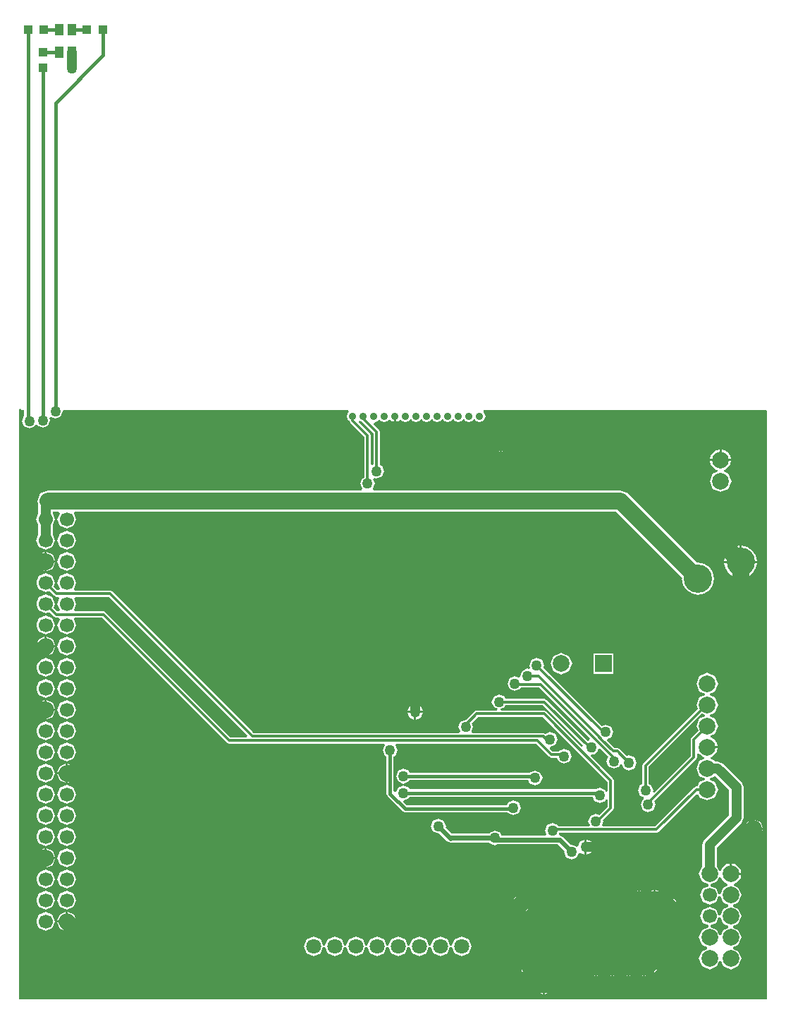
<source format=gbl>
%FSLAX44Y44*%
%MOMM*%
G71*
G01*
G75*
G04 Layer_Physical_Order=2*
G04 Layer_Color=16711680*
%ADD10R,1.0000X1.0000*%
%ADD11R,0.7600X1.7800*%
%ADD12R,0.7200X1.7800*%
%ADD13R,1.0000X1.0000*%
%ADD14R,5.5000X2.0000*%
%ADD15R,2.6000X4.3000*%
%ADD16R,5.5000X5.7000*%
%ADD17R,1.5000X0.5500*%
%ADD18R,0.5500X1.5000*%
%ADD19C,0.3000*%
%ADD20C,0.6000*%
%ADD21C,1.2000*%
%ADD22C,0.4000*%
%ADD23C,2.0000*%
%ADD24C,0.2540*%
%ADD25C,1.8000*%
%ADD26C,1.7000*%
%ADD27C,2.0000*%
%ADD28R,2.0000X2.0000*%
%ADD29C,0.9000*%
%ADD30C,3.4000*%
%ADD31C,1.2700*%
%ADD32C,1.5000*%
%ADD33R,1.0000X1.4000*%
G36*
X411885Y693758D02*
X426212Y679431D01*
Y642071D01*
X424381Y641199D01*
X422788Y642223D01*
Y677000D01*
X422788Y677000D01*
X422004Y678894D01*
X421679Y679679D01*
X421679Y679679D01*
X408265Y693092D01*
X409398Y694788D01*
X411885Y693758D01*
D02*
G37*
G36*
X4000Y707000D02*
X6670D01*
Y700416D01*
X6609Y700391D01*
X3962Y694000D01*
X6609Y687609D01*
X13000Y684962D01*
X19391Y687609D01*
X20207Y689580D01*
X22207D01*
X22609Y688609D01*
X29000Y685962D01*
X35391Y688609D01*
X38038Y695000D01*
X36905Y697736D01*
X38435Y699267D01*
X44000Y696962D01*
X50391Y699609D01*
X53038Y706000D01*
X53706Y707000D01*
X395888D01*
X396278Y705038D01*
X396125Y704975D01*
X394064Y700000D01*
X396125Y695025D01*
X397495Y694458D01*
X398421Y692221D01*
X415212Y675431D01*
Y626469D01*
X412609Y625391D01*
X409962Y619000D01*
X412452Y612989D01*
X411617Y610989D01*
X35300D01*
X26116Y607184D01*
X22311Y598000D01*
X23641Y594790D01*
Y582833D01*
X20935Y576300D01*
X23641Y569767D01*
Y557433D01*
X20935Y550900D01*
X24264Y542864D01*
X32300Y539535D01*
X40336Y542864D01*
X43665Y550900D01*
X40959Y557433D01*
Y569767D01*
X43665Y576300D01*
X40959Y582833D01*
Y585011D01*
X47779D01*
X49115Y583011D01*
X46335Y576300D01*
X49664Y568264D01*
X57700Y564935D01*
X65736Y568264D01*
X69065Y576300D01*
X66285Y583011D01*
X67622Y585011D01*
X717620D01*
X796794Y505837D01*
X796628Y505000D01*
X798102Y497587D01*
X802302Y491302D01*
X808587Y487102D01*
X816000Y485628D01*
X823413Y487102D01*
X829698Y491302D01*
X833898Y497587D01*
X835372Y505000D01*
X833898Y512413D01*
X829698Y518698D01*
X823413Y522898D01*
X816000Y524372D01*
X815163Y524206D01*
X732184Y607184D01*
X723000Y610989D01*
X426384D01*
X425548Y612989D01*
X428038Y619000D01*
X425733Y624565D01*
X427264Y626095D01*
X430000Y624962D01*
X436391Y627609D01*
X439038Y634000D01*
X436391Y640391D01*
X433788Y641469D01*
Y681000D01*
X433788Y681000D01*
X433004Y682894D01*
X432679Y683679D01*
X432679Y683679D01*
X425825Y690532D01*
X426716Y692470D01*
X431888Y694612D01*
X432142Y695225D01*
X434142D01*
X434225Y695025D01*
X439200Y692964D01*
X444175Y695025D01*
X444258Y695225D01*
X446258D01*
X446512Y694612D01*
X450630Y692906D01*
Y700000D01*
X453170D01*
Y692906D01*
X457288Y694612D01*
X457542Y695225D01*
X459542D01*
X459625Y695025D01*
X464600Y692964D01*
X469575Y695025D01*
X469950Y695931D01*
X471950D01*
X472325Y695025D01*
X477300Y692964D01*
X482275Y695025D01*
X482650Y695931D01*
X484650D01*
X485025Y695025D01*
X490000Y692964D01*
X494975Y695025D01*
X495350Y695931D01*
X497350D01*
X497725Y695025D01*
X502700Y692964D01*
X507675Y695025D01*
X508050Y695931D01*
X510050D01*
X510425Y695025D01*
X515400Y692964D01*
X520375Y695025D01*
X520750Y695931D01*
X522750D01*
X523125Y695025D01*
X528100Y692964D01*
X533075Y695025D01*
X533450Y695931D01*
X535450D01*
X535825Y695025D01*
X540800Y692964D01*
X545775Y695025D01*
X546150Y695931D01*
X548150D01*
X548525Y695025D01*
X553500Y692964D01*
X558475Y695025D01*
X560536Y700000D01*
X558475Y704975D01*
X558321Y705038D01*
X558712Y707000D01*
X897586D01*
X899000Y705586D01*
Y1000D01*
X898586Y0D01*
X0D01*
Y707000D01*
Y708387D01*
X1848Y709152D01*
X4000Y707000D01*
D02*
G37*
%LPC*%
G36*
X743730Y118730D02*
X734659D01*
X737316Y112316D01*
X743730Y109659D01*
Y118730D01*
D02*
G37*
G36*
X57700Y130465D02*
X49664Y127136D01*
X46335Y119100D01*
X49664Y111064D01*
X57700Y107735D01*
X65736Y111064D01*
X69065Y119100D01*
X65736Y127136D01*
X57700Y130465D01*
D02*
G37*
G36*
X32300D02*
X24264Y127136D01*
X20935Y119100D01*
X24264Y111064D01*
X32300Y107735D01*
X40336Y111064D01*
X43665Y119100D01*
X40336Y127136D01*
X32300Y130465D01*
D02*
G37*
G36*
X782270Y122341D02*
Y113270D01*
X791341D01*
X788684Y119684D01*
X782270Y122341D01*
D02*
G37*
G36*
X604270Y125341D02*
Y116270D01*
X613341D01*
X610684Y122684D01*
X604270Y125341D01*
D02*
G37*
G36*
X601730D02*
X595316Y122684D01*
X592659Y116270D01*
X601730D01*
Y125341D01*
D02*
G37*
G36*
X743730Y130341D02*
X737316Y127684D01*
X734659Y121270D01*
X743730D01*
Y130341D01*
D02*
G37*
G36*
X595270Y104341D02*
Y95270D01*
X604341D01*
X601684Y101684D01*
X595270Y104341D01*
D02*
G37*
G36*
X592730D02*
X586316Y101684D01*
X583659Y95270D01*
X592730D01*
Y104341D01*
D02*
G37*
G36*
X58970Y105124D02*
Y94970D01*
X69124D01*
X66150Y102150D01*
X58970Y105124D01*
D02*
G37*
G36*
X765270Y131341D02*
Y121000D01*
Y110659D01*
X769657Y112476D01*
X770133Y112000D01*
X773316Y104316D01*
X779730Y101659D01*
Y112000D01*
Y122341D01*
X775343Y120524D01*
X774867Y121000D01*
X771684Y128684D01*
X765270Y131341D01*
D02*
G37*
G36*
X613341Y113730D02*
X604270D01*
Y104659D01*
X610684Y107316D01*
X613341Y113730D01*
D02*
G37*
G36*
X601730D02*
X592659D01*
X595316Y107316D01*
X601730Y104659D01*
Y113730D01*
D02*
G37*
G36*
X791341Y110730D02*
X782270D01*
Y101659D01*
X788684Y104316D01*
X791341Y110730D01*
D02*
G37*
G36*
X762730Y131341D02*
X756316Y128684D01*
X755293Y126215D01*
X753293D01*
X752684Y127684D01*
X746270Y130341D01*
Y120000D01*
Y109659D01*
X752684Y112316D01*
X753707Y114785D01*
X755707D01*
X756316Y113316D01*
X762730Y110659D01*
Y121000D01*
Y131341D01*
D02*
G37*
G36*
X32300Y206665D02*
X24264Y203336D01*
X20935Y195300D01*
X24264Y187264D01*
X32300Y183935D01*
X40336Y187264D01*
X43665Y195300D01*
X40336Y203336D01*
X32300Y206665D01*
D02*
G37*
G36*
X690096Y181730D02*
X682270D01*
Y173904D01*
X687804Y176196D01*
X690096Y181730D01*
D02*
G37*
G36*
X33570Y181324D02*
Y171170D01*
X43724D01*
X40750Y178350D01*
X33570Y181324D01*
D02*
G37*
G36*
X57700Y206665D02*
X49664Y203336D01*
X46335Y195300D01*
X49664Y187264D01*
X57700Y183935D01*
X65736Y187264D01*
X69065Y195300D01*
X65736Y203336D01*
X57700Y206665D01*
D02*
G37*
G36*
X893341Y203730D02*
X884270D01*
Y194659D01*
X890684Y197316D01*
X893341Y203730D01*
D02*
G37*
G36*
X881730D02*
X872659D01*
X875316Y197316D01*
X881730Y194659D01*
Y203730D01*
D02*
G37*
G36*
X682270Y192096D02*
Y184270D01*
X690096D01*
X687804Y189804D01*
X682270Y192096D01*
D02*
G37*
G36*
X856420Y163233D02*
Y151970D01*
X867683D01*
X866962Y155593D01*
X864191Y159741D01*
X860043Y162512D01*
X856420Y163233D01*
D02*
G37*
G36*
X57700Y155865D02*
X49664Y152536D01*
X46335Y144500D01*
X49664Y136464D01*
X57700Y133135D01*
X65736Y136464D01*
X69065Y144500D01*
X65736Y152536D01*
X57700Y155865D01*
D02*
G37*
G36*
X32300D02*
X24264Y152536D01*
X20935Y144500D01*
X24264Y136464D01*
X32300Y133135D01*
X40336Y136464D01*
X43665Y144500D01*
X40336Y152536D01*
X32300Y155865D01*
D02*
G37*
G36*
X31030Y168630D02*
X20877D01*
X23850Y161450D01*
X31030Y158476D01*
Y168630D01*
D02*
G37*
G36*
Y181324D02*
X23850Y178350D01*
X20877Y171170D01*
X31030D01*
Y181324D01*
D02*
G37*
G36*
X57700Y181265D02*
X49664Y177936D01*
X46335Y169900D01*
X49664Y161864D01*
X57700Y158535D01*
X65736Y161864D01*
X69065Y169900D01*
X65736Y177936D01*
X57700Y181265D01*
D02*
G37*
G36*
X43724Y168630D02*
X33570D01*
Y158476D01*
X40750Y161450D01*
X43724Y168630D01*
D02*
G37*
G36*
X671730Y28341D02*
X665316Y25684D01*
X664000Y22508D01*
X662000D01*
X660684Y25684D01*
X654270Y28341D01*
Y18000D01*
Y7659D01*
X660684Y10316D01*
X662000Y13492D01*
X664000D01*
X665316Y10316D01*
X671730Y7659D01*
Y18000D01*
Y28341D01*
D02*
G37*
G36*
X593730Y30730D02*
X584659D01*
X587316Y24316D01*
X593730Y21659D01*
Y30730D01*
D02*
G37*
G36*
X752270Y29341D02*
Y20270D01*
X761341D01*
X758684Y26684D01*
X752270Y29341D01*
D02*
G37*
G36*
X691730D02*
X685316Y26684D01*
X683793Y23008D01*
X681793D01*
X680684Y25684D01*
X674270Y28341D01*
Y18000D01*
Y7659D01*
X680684Y10316D01*
X682207Y13992D01*
X684207D01*
X685316Y11316D01*
X691730Y8659D01*
Y19000D01*
Y29341D01*
D02*
G37*
G36*
X749730D02*
X743316Y26684D01*
X742500Y24715D01*
X740500D01*
X739684Y26684D01*
X733270Y29341D01*
Y19000D01*
Y8659D01*
X739684Y11316D01*
X740500Y13285D01*
X742500D01*
X743316Y11316D01*
X749730Y8659D01*
Y19000D01*
Y29341D01*
D02*
G37*
G36*
X730730D02*
X724316Y26684D01*
X723500Y24715D01*
X721500D01*
X720684Y26684D01*
X714270Y29341D01*
Y19000D01*
Y8659D01*
X720684Y11316D01*
X721500Y13285D01*
X723500D01*
X724316Y11316D01*
X730730Y8659D01*
Y19000D01*
Y29341D01*
D02*
G37*
G36*
X711730D02*
X705316Y26684D01*
X704000Y23508D01*
X702000D01*
X700684Y26684D01*
X694270Y29341D01*
Y19000D01*
Y8659D01*
X700684Y11316D01*
X702000Y14492D01*
X704000D01*
X705316Y11316D01*
X711730Y8659D01*
Y19000D01*
Y29341D01*
D02*
G37*
G36*
X761341Y17730D02*
X752270D01*
Y8659D01*
X758684Y11316D01*
X761341Y17730D01*
D02*
G37*
G36*
X609730Y16730D02*
X600659D01*
X603316Y10316D01*
X609730Y7659D01*
Y16730D01*
D02*
G37*
G36*
X612270Y28341D02*
Y18000D01*
Y7659D01*
X618684Y10316D01*
X619793Y12992D01*
X621793D01*
X623316Y9316D01*
X629730Y6659D01*
Y17000D01*
Y27341D01*
X623316Y24684D01*
X622207Y22008D01*
X620207D01*
X618684Y25684D01*
X612270Y28341D01*
D02*
G37*
G36*
X770730Y25730D02*
X761659D01*
X764316Y19316D01*
X770730Y16659D01*
Y25730D01*
D02*
G37*
G36*
X651730Y28341D02*
X645316Y25684D01*
X642875Y19792D01*
X640711D01*
X638684Y24684D01*
X632270Y27341D01*
Y17000D01*
Y6659D01*
X638684Y9316D01*
X641125Y15207D01*
X643289D01*
X645316Y10316D01*
X651730Y7659D01*
Y18000D01*
Y28341D01*
D02*
G37*
G36*
X605341Y30730D02*
X596270D01*
Y21659D01*
X600149Y23266D01*
X601680Y21735D01*
X600659Y19270D01*
X609730D01*
Y28341D01*
X605851Y26734D01*
X604320Y28265D01*
X605341Y30730D01*
D02*
G37*
G36*
X782341Y25730D02*
X773270D01*
Y16659D01*
X779684Y19316D01*
X782341Y25730D01*
D02*
G37*
G36*
X770730Y37341D02*
X764316Y34684D01*
X761659Y28270D01*
X770730D01*
Y37341D01*
D02*
G37*
G36*
X69124Y92430D02*
X58970D01*
Y82276D01*
X66150Y85250D01*
X69124Y92430D01*
D02*
G37*
G36*
X56430D02*
X46276D01*
X49250Y85250D01*
X56430Y82276D01*
Y92430D01*
D02*
G37*
G36*
X604341Y92730D02*
X583659D01*
X586316Y86316D01*
X591707Y84082D01*
Y81918D01*
X586316Y79684D01*
X583659Y73270D01*
X604341D01*
X601684Y79684D01*
X596292Y81918D01*
Y84082D01*
X601684Y86316D01*
X604341Y92730D01*
D02*
G37*
G36*
X32300Y105065D02*
X24264Y101736D01*
X20935Y93700D01*
X24264Y85664D01*
X32300Y82335D01*
X40336Y85664D01*
X43665Y93700D01*
X40336Y101736D01*
X32300Y105065D01*
D02*
G37*
G36*
X56430Y105124D02*
X49250Y102150D01*
X46276Y94970D01*
X56430D01*
Y105124D01*
D02*
G37*
G36*
X786270Y95341D02*
Y86270D01*
X795341D01*
X792684Y92684D01*
X786270Y95341D01*
D02*
G37*
G36*
X783730D02*
X777316Y92684D01*
X774659Y86270D01*
X783730D01*
Y95341D01*
D02*
G37*
G36*
Y42730D02*
X774659D01*
X776559Y38144D01*
X775028Y36613D01*
X773270Y37341D01*
Y28270D01*
X782341D01*
X780442Y32856D01*
X781972Y34387D01*
X783730Y33659D01*
Y42730D01*
D02*
G37*
G36*
X795341D02*
X786270D01*
Y33659D01*
X792684Y36316D01*
X795341Y42730D01*
D02*
G37*
G36*
X604341Y51730D02*
X583659D01*
X586316Y45316D01*
X591199Y43293D01*
Y41293D01*
X587316Y39684D01*
X584659Y33270D01*
X605341D01*
X602684Y39684D01*
X597801Y41707D01*
Y43707D01*
X601684Y45316D01*
X604341Y51730D01*
D02*
G37*
G36*
X795341Y63730D02*
X774659D01*
X777316Y57316D01*
X781699Y55500D01*
Y53500D01*
X777316Y51684D01*
X774659Y45270D01*
X795341D01*
X792684Y51684D01*
X788301Y53500D01*
Y55500D01*
X792684Y57316D01*
X795341Y63730D01*
D02*
G37*
G36*
Y83730D02*
X774659D01*
X777316Y77316D01*
X780492Y76000D01*
Y74000D01*
X777316Y72684D01*
X774659Y66270D01*
X795341D01*
X792684Y72684D01*
X789508Y74000D01*
Y76000D01*
X792684Y77316D01*
X795341Y83730D01*
D02*
G37*
G36*
X531900Y75906D02*
X523481Y72419D01*
X520517Y65263D01*
X520517Y65263D01*
X520254Y64629D01*
X520213D01*
X520090D01*
X519882Y64629D01*
X518518D01*
X518310Y64629D01*
X518187D01*
X518146D01*
X517883Y65263D01*
X517883D01*
X514919Y72419D01*
X506500Y75906D01*
X498081Y72419D01*
X495117Y65263D01*
X495117Y65263D01*
X494854Y64629D01*
X494813D01*
X494690D01*
X494482Y64629D01*
X493118D01*
X492910Y64629D01*
X492787D01*
X492746D01*
X492483Y65263D01*
X492483D01*
X489519Y72419D01*
X481100Y75906D01*
X472681Y72419D01*
X469717Y65263D01*
X469717Y65263D01*
X469454Y64629D01*
X469412D01*
X469290D01*
X469082Y64629D01*
X467718D01*
X467510Y64629D01*
X467387D01*
X467346D01*
X467083Y65263D01*
X467083D01*
X464119Y72419D01*
X455700Y75906D01*
X447281Y72419D01*
X444317Y65263D01*
X444317Y65263D01*
X444054Y64629D01*
X444012D01*
X443890D01*
X443682Y64629D01*
X442318D01*
X442110Y64629D01*
X441987D01*
X441946D01*
X441683Y65263D01*
X441683D01*
X438719Y72419D01*
X430300Y75906D01*
X421881Y72419D01*
X418917Y65263D01*
X418917Y65263D01*
X418654Y64629D01*
X418613D01*
X418490D01*
X418282Y64629D01*
X416918D01*
X416710Y64629D01*
X416587D01*
X416546D01*
X416283Y65263D01*
X416283D01*
X413319Y72419D01*
X404900Y75906D01*
X396481Y72419D01*
X393517Y65263D01*
X393517Y65263D01*
X393254Y64629D01*
X393213D01*
X393090D01*
X392882Y64629D01*
X391518D01*
X391310Y64629D01*
X391187D01*
X391146D01*
X390883Y65263D01*
X390883D01*
X387919Y72419D01*
X379500Y75906D01*
X371081Y72419D01*
X368117Y65263D01*
X368117Y65263D01*
X367854Y64629D01*
X367812D01*
X367690D01*
X367482Y64629D01*
X366118D01*
X365910Y64629D01*
X365787D01*
X365746D01*
X365483Y65263D01*
X365483D01*
X362519Y72419D01*
X354100Y75906D01*
X345681Y72419D01*
X342194Y64000D01*
X345681Y55581D01*
X354100Y52094D01*
X362519Y55581D01*
X365483Y62737D01*
X365483Y62737D01*
X365746Y63371D01*
X365787D01*
X365910D01*
X366118Y63371D01*
X367482D01*
X367690Y63371D01*
X367812D01*
X367854D01*
X368117Y62737D01*
X368117D01*
X371081Y55581D01*
X379500Y52094D01*
X387919Y55581D01*
X390883Y62737D01*
X390883Y62737D01*
X391146Y63371D01*
X391187D01*
X391310D01*
X391518Y63371D01*
X392882D01*
X393090Y63371D01*
X393213D01*
X393254D01*
X393517Y62737D01*
X393517D01*
X396481Y55581D01*
X404900Y52094D01*
X413319Y55581D01*
X416283Y62737D01*
X416283Y62737D01*
X416546Y63371D01*
X416587D01*
X416710D01*
X416918Y63371D01*
X418282D01*
X418490Y63371D01*
X418613D01*
X418654D01*
X418917Y62737D01*
X418917D01*
X421881Y55581D01*
X430300Y52094D01*
X438719Y55581D01*
X441683Y62737D01*
X441683Y62737D01*
X441946Y63371D01*
X441987D01*
X442110D01*
X442318Y63371D01*
X443682D01*
X443890Y63371D01*
X444012D01*
X444054D01*
X444317Y62737D01*
X444317D01*
X447281Y55581D01*
X455700Y52094D01*
X464119Y55581D01*
X467083Y62737D01*
X467083Y62737D01*
X467346Y63371D01*
X467387D01*
X467510D01*
X467718Y63371D01*
X469082D01*
X469290Y63371D01*
X469412D01*
X469454D01*
X469717Y62737D01*
X469717D01*
X472681Y55581D01*
X481100Y52094D01*
X489519Y55581D01*
X492483Y62737D01*
X492483Y62737D01*
X492746Y63371D01*
X492787D01*
X492910D01*
X493118Y63371D01*
X494482D01*
X494690Y63371D01*
X494813D01*
X494854D01*
X495117Y62737D01*
X495117D01*
X498081Y55581D01*
X506500Y52094D01*
X514919Y55581D01*
X517883Y62737D01*
X517883Y62737D01*
X518146Y63371D01*
X518187D01*
X518310D01*
X518518Y63371D01*
X519882D01*
X520090Y63371D01*
X520213D01*
X520254D01*
X520517Y62737D01*
X520517D01*
X523481Y55581D01*
X531900Y52094D01*
X540319Y55581D01*
X543806Y64000D01*
X540319Y72419D01*
X531900Y75906D01*
D02*
G37*
G36*
X604341Y70730D02*
X583659D01*
X586316Y64316D01*
X588285Y63500D01*
Y61500D01*
X586316Y60684D01*
X583659Y54270D01*
X604341D01*
X601684Y60684D01*
X599715Y61500D01*
Y63500D01*
X601684Y64316D01*
X604341Y70730D01*
D02*
G37*
G36*
X33570Y435323D02*
Y425170D01*
X43724D01*
X40750Y432350D01*
X33570Y435323D01*
D02*
G37*
G36*
X31030D02*
X23850Y432350D01*
X20877Y425170D01*
X31030D01*
Y435323D01*
D02*
G37*
G36*
X57700Y435265D02*
X49664Y431936D01*
X46335Y423900D01*
X49664Y415864D01*
X57700Y412535D01*
X65736Y415864D01*
X69065Y423900D01*
X65736Y431936D01*
X57700Y435265D01*
D02*
G37*
G36*
X32300Y460665D02*
X24264Y457336D01*
X20935Y449300D01*
X24264Y441264D01*
X32300Y437935D01*
X40336Y441264D01*
X43665Y449300D01*
X40336Y457336D01*
X32300Y460665D01*
D02*
G37*
G36*
X886670Y523730D02*
X868270D01*
Y505330D01*
X874624Y506594D01*
X881087Y510912D01*
X885406Y517376D01*
X886670Y523730D01*
D02*
G37*
G36*
X865730D02*
X847330D01*
X848594Y517376D01*
X852912Y510912D01*
X859376Y506594D01*
X865730Y505330D01*
Y523730D01*
D02*
G37*
G36*
X57700Y511465D02*
X49664Y508136D01*
X46335Y500100D01*
X49167Y493262D01*
X48121Y491418D01*
X46511Y491247D01*
X41905Y495852D01*
X43665Y500100D01*
X40336Y508136D01*
X32300Y511465D01*
X24264Y508136D01*
X20935Y500100D01*
X24264Y492064D01*
X32300Y488735D01*
X36548Y490494D01*
X42721Y484321D01*
X42721Y484321D01*
X45400Y483212D01*
X47696D01*
X49032Y481212D01*
X46335Y474700D01*
X49069Y468099D01*
X47997Y466376D01*
X46127Y466230D01*
X41905Y470452D01*
X43665Y474700D01*
X40336Y482736D01*
X32300Y486065D01*
X24264Y482736D01*
X20935Y474700D01*
X24264Y466664D01*
X32300Y463335D01*
X36548Y465094D01*
X42321Y459321D01*
X42321Y459321D01*
X45000Y458212D01*
X47926D01*
X49198Y456212D01*
X46335Y449300D01*
X49664Y441264D01*
X57700Y437935D01*
X65736Y441264D01*
X69065Y449300D01*
X66202Y456212D01*
X67474Y458212D01*
X100401D01*
X250292Y308321D01*
X250292Y308321D01*
X251076Y307996D01*
X252971Y307212D01*
X252971Y307212D01*
X438817D01*
X439535Y305212D01*
X436962Y299000D01*
X439609Y292609D01*
X441670Y291755D01*
Y247000D01*
X442938Y243939D01*
X460938Y225938D01*
X464000Y224670D01*
X587168D01*
X587608Y223609D01*
X593999Y220962D01*
X600390Y223609D01*
X603037Y230000D01*
X600390Y236390D01*
X593999Y239037D01*
X587608Y236390D01*
X586340Y233330D01*
X465793D01*
X462009Y237114D01*
X462700Y239252D01*
X468391Y241609D01*
X469245Y243671D01*
X689513D01*
X691609Y238609D01*
X698000Y235962D01*
X704391Y238609D01*
X705212Y240591D01*
X707212Y240193D01*
Y231621D01*
X696903Y221312D01*
X693099Y222888D01*
X686708Y220241D01*
X684061Y213850D01*
X685883Y209451D01*
X684772Y207788D01*
X648055D01*
X647391Y209391D01*
X641000Y212038D01*
X634609Y209391D01*
X631962Y203000D01*
X633733Y198725D01*
X632622Y197062D01*
X579770D01*
X578391Y200391D01*
X572000Y203038D01*
X565609Y200391D01*
X565204Y199412D01*
X520242D01*
X512632Y207021D01*
X513038Y208000D01*
X510391Y214391D01*
X504000Y217038D01*
X497609Y214391D01*
X494962Y208000D01*
X497609Y201609D01*
X504000Y198962D01*
X504979Y199368D01*
X514673Y189673D01*
X518500Y188088D01*
X519707Y188588D01*
X565204D01*
X565609Y187609D01*
X572000Y184962D01*
X575081Y186238D01*
X647108D01*
X655368Y177979D01*
X654962Y177000D01*
X657609Y170609D01*
X664000Y167962D01*
X670391Y170609D01*
X672376Y175402D01*
X674771Y175958D01*
X679730Y173904D01*
Y183000D01*
Y192096D01*
X674196Y189804D01*
X671968Y184426D01*
X670399Y183396D01*
X669530Y183748D01*
X664000Y186038D01*
X663021Y185632D01*
X653177Y195477D01*
X649631Y196945D01*
X648711Y198910D01*
X649318Y200212D01*
X766000D01*
X766000Y200212D01*
X768679Y201321D01*
X814046Y246689D01*
X816406Y246220D01*
X817816Y242816D01*
X827000Y239011D01*
X836184Y242816D01*
X839989Y252000D01*
X836184Y261184D01*
X830111Y263700D01*
Y265700D01*
X836184Y268216D01*
X836480Y268274D01*
X853341Y251413D01*
Y221587D01*
X823627Y191873D01*
X821091Y185750D01*
Y160102D01*
X820566Y159884D01*
X816761Y150700D01*
X820566Y141516D01*
X828400Y138271D01*
Y136106D01*
X821714Y133336D01*
X818385Y125300D01*
X821714Y117264D01*
X829750Y113935D01*
X837786Y117264D01*
X840556Y123950D01*
X842721D01*
X845966Y116116D01*
X852039Y113600D01*
Y111600D01*
X845966Y109084D01*
X842721Y101250D01*
X840556D01*
X837786Y107936D01*
X829750Y111265D01*
X821714Y107936D01*
X818385Y99900D01*
X821714Y91864D01*
X828400Y89094D01*
Y86929D01*
X820566Y83684D01*
X816761Y74500D01*
X820566Y65316D01*
X826639Y62800D01*
Y60800D01*
X820566Y58284D01*
X816761Y49100D01*
X820566Y39916D01*
X829750Y36111D01*
X838934Y39916D01*
X841450Y45989D01*
X843450D01*
X845966Y39916D01*
X855150Y36111D01*
X864334Y39916D01*
X868139Y49100D01*
X864334Y58284D01*
X858261Y60800D01*
Y62800D01*
X864334Y65316D01*
X868139Y74500D01*
X864334Y83684D01*
X858261Y86200D01*
Y88200D01*
X864334Y90716D01*
X868139Y99900D01*
X864334Y109084D01*
X858261Y111600D01*
Y113600D01*
X864334Y116116D01*
X868139Y125300D01*
X864334Y134484D01*
X858943Y136718D01*
X859139Y138708D01*
X860043Y138888D01*
X864191Y141659D01*
X866962Y145807D01*
X867683Y149430D01*
X855150D01*
Y150700D01*
X853880D01*
Y163233D01*
X850257Y162512D01*
X846109Y159741D01*
X843338Y155593D01*
X843158Y154689D01*
X841168Y154493D01*
X838934Y159884D01*
X838409Y160102D01*
Y182163D01*
X868123Y211877D01*
X870659Y218000D01*
X870659Y218000D01*
Y255000D01*
X868123Y261123D01*
X845723Y283523D01*
X839600Y286059D01*
X836402D01*
X836184Y286584D01*
X830793Y288818D01*
X830989Y290808D01*
X831893Y290988D01*
X836041Y293759D01*
X838812Y297907D01*
X839533Y301530D01*
X827000D01*
Y304070D01*
X839533D01*
X838812Y307693D01*
X836041Y311841D01*
X831893Y314612D01*
X830989Y314792D01*
X830793Y316782D01*
X836184Y319016D01*
X839989Y328200D01*
X836184Y337384D01*
X830111Y339900D01*
Y341900D01*
X836184Y344416D01*
X839989Y353600D01*
X836184Y362784D01*
X830111Y365300D01*
Y367300D01*
X836184Y369816D01*
X839989Y379000D01*
X836184Y388184D01*
X827000Y391989D01*
X817816Y388184D01*
X814011Y379000D01*
X817816Y369816D01*
X823889Y367300D01*
Y365300D01*
X817816Y362784D01*
X814011Y353600D01*
X815836Y349194D01*
X750321Y283679D01*
X749212Y281000D01*
X749212Y281000D01*
Y258469D01*
X746609Y257391D01*
X743962Y251000D01*
X746609Y244609D01*
X750588Y242961D01*
Y240796D01*
X749609Y240391D01*
X746962Y234000D01*
X749609Y227609D01*
X756000Y224962D01*
X762391Y227609D01*
X765038Y234000D01*
X763374Y238017D01*
X813679Y288321D01*
X814788Y291000D01*
X814788Y291000D01*
Y294905D01*
X816788Y295511D01*
X817959Y293759D01*
X822107Y290988D01*
X823011Y290808D01*
X823207Y288818D01*
X817816Y286584D01*
X814011Y277400D01*
X817816Y268216D01*
X823889Y265700D01*
Y263700D01*
X817816Y261184D01*
X815848Y256434D01*
X814000Y255788D01*
X812106Y255004D01*
X811321Y254679D01*
X811321Y254679D01*
X764431Y207788D01*
X701426D01*
X700315Y209451D01*
X702137Y213850D01*
X701557Y215250D01*
X713679Y227372D01*
X713679Y227372D01*
X714004Y228157D01*
X714788Y230051D01*
X714788Y230051D01*
Y263000D01*
X714788Y263000D01*
X714004Y264894D01*
X713679Y265679D01*
X713679Y265679D01*
X687244Y292114D01*
X688158Y294028D01*
X689301Y294501D01*
X690000Y294212D01*
X692679Y295321D01*
X692968Y296020D01*
X694389Y296609D01*
X696233Y301058D01*
X698194Y301448D01*
X708211Y291432D01*
X705961Y285999D01*
X708608Y279609D01*
X714999Y276961D01*
X721389Y279609D01*
X722503Y282297D01*
X724668D01*
X726609Y277609D01*
X733000Y274962D01*
X739391Y277609D01*
X742038Y284000D01*
X739391Y290391D01*
X733000Y293038D01*
X730397Y291960D01*
X721679Y300679D01*
X719000Y301788D01*
X719000Y301788D01*
X715640D01*
X706603Y310826D01*
X706993Y312787D01*
X711391Y314609D01*
X714038Y321000D01*
X711391Y327391D01*
X705000Y330038D01*
X700276Y328081D01*
X629960Y398398D01*
X631038Y401000D01*
X628391Y407391D01*
X622000Y410038D01*
X615609Y407391D01*
X612962Y401000D01*
X614349Y397651D01*
X612935Y396236D01*
X611000Y397038D01*
X604609Y394391D01*
X601962Y388000D01*
X602095Y387678D01*
X600565Y386147D01*
X596000Y388038D01*
X589609Y385391D01*
X586962Y379000D01*
X589609Y372609D01*
X596000Y369962D01*
X602391Y372609D01*
X603117Y374362D01*
X625281D01*
X686190Y313453D01*
X685720Y311094D01*
X683276Y310081D01*
X633679Y359679D01*
X631000Y360788D01*
X631000Y360788D01*
X584469D01*
X583391Y363391D01*
X577000Y366038D01*
X570609Y363391D01*
X567962Y357000D01*
X570609Y350609D01*
X575005Y348788D01*
X574607Y346788D01*
X550000D01*
X550000Y346788D01*
X548661Y346234D01*
X547321Y345679D01*
X547321Y345679D01*
X537481Y335839D01*
X537000Y336038D01*
X530609Y333391D01*
X527962Y327000D01*
X530121Y321788D01*
X528817Y319788D01*
X282569D01*
X112679Y489679D01*
X110000Y490788D01*
X110000Y490788D01*
X67074D01*
X66037Y492788D01*
X69065Y500100D01*
X65736Y508136D01*
X57700Y511465D01*
D02*
G37*
G36*
X43724Y422630D02*
X33570D01*
Y412477D01*
X40750Y415450D01*
X43724Y422630D01*
D02*
G37*
G36*
X32300Y409865D02*
X24264Y406536D01*
X20935Y398500D01*
X24264Y390464D01*
X32300Y387135D01*
X40336Y390464D01*
X43665Y398500D01*
X40336Y406536D01*
X32300Y409865D01*
D02*
G37*
G36*
X57700Y384465D02*
X49664Y381136D01*
X46335Y373100D01*
X49664Y365064D01*
X57700Y361735D01*
X65736Y365064D01*
X69065Y373100D01*
X65736Y381136D01*
X57700Y384465D01*
D02*
G37*
G36*
X32300D02*
X24264Y381136D01*
X20935Y373100D01*
X24264Y365064D01*
X32300Y361735D01*
X40336Y365064D01*
X43665Y373100D01*
X40336Y381136D01*
X32300Y384465D01*
D02*
G37*
G36*
X57700Y409865D02*
X49664Y406536D01*
X46335Y398500D01*
X49664Y390464D01*
X57700Y387135D01*
X65736Y390464D01*
X69065Y398500D01*
X65736Y406536D01*
X57700Y409865D01*
D02*
G37*
G36*
X31030Y422630D02*
X20877D01*
X23850Y415450D01*
X31030Y412477D01*
Y422630D01*
D02*
G37*
G36*
X714400Y415000D02*
X690400D01*
Y391000D01*
X714400D01*
Y415000D01*
D02*
G37*
G36*
X651600Y415989D02*
X642416Y412184D01*
X638611Y403000D01*
X642416Y393816D01*
X651600Y390011D01*
X660784Y393816D01*
X664589Y403000D01*
X660784Y412184D01*
X651600Y415989D01*
D02*
G37*
G36*
X589341Y646730D02*
X580270D01*
Y637659D01*
X586684Y640316D01*
X589341Y646730D01*
D02*
G37*
G36*
X577730D02*
X568659D01*
X571316Y640316D01*
X577730Y637659D01*
Y646730D01*
D02*
G37*
G36*
X855533Y646130D02*
X830467D01*
X831188Y642507D01*
X833959Y638359D01*
X838107Y635588D01*
X839011Y635408D01*
X839207Y633418D01*
X833816Y631184D01*
X830011Y622000D01*
X833816Y612816D01*
X843000Y609011D01*
X852184Y612816D01*
X855989Y622000D01*
X852184Y631184D01*
X846793Y633418D01*
X846989Y635408D01*
X847893Y635588D01*
X852041Y638359D01*
X854812Y642507D01*
X855533Y646130D01*
D02*
G37*
G36*
X841730Y659933D02*
X838107Y659212D01*
X833959Y656441D01*
X831188Y652293D01*
X830467Y648670D01*
X841730D01*
Y659933D01*
D02*
G37*
G36*
X580270Y658341D02*
Y649270D01*
X589341D01*
X586684Y655684D01*
X580270Y658341D01*
D02*
G37*
G36*
X577730D02*
X571316Y655684D01*
X568659Y649270D01*
X577730D01*
Y658341D01*
D02*
G37*
G36*
X844270Y659933D02*
Y648670D01*
X855533D01*
X854812Y652293D01*
X852041Y656441D01*
X847893Y659212D01*
X844270Y659933D01*
D02*
G37*
G36*
X57700Y562265D02*
X49664Y558936D01*
X46335Y550900D01*
X49664Y542864D01*
X57700Y539535D01*
X65736Y542864D01*
X69065Y550900D01*
X65736Y558936D01*
X57700Y562265D01*
D02*
G37*
G36*
Y536865D02*
X49664Y533536D01*
X46335Y525500D01*
X49664Y517464D01*
X57700Y514135D01*
X65736Y517464D01*
X69065Y525500D01*
X65736Y533536D01*
X57700Y536865D01*
D02*
G37*
G36*
X43724Y524230D02*
X33570D01*
Y514076D01*
X40750Y517050D01*
X43724Y524230D01*
D02*
G37*
G36*
X31030D02*
X20877D01*
X23850Y517050D01*
X31030Y514076D01*
Y524230D01*
D02*
G37*
G36*
X865730Y544670D02*
X859376Y543406D01*
X852912Y539087D01*
X848594Y532624D01*
X847330Y526270D01*
X865730D01*
Y544670D01*
D02*
G37*
G36*
X33570Y536923D02*
Y526770D01*
X43724D01*
X40750Y533950D01*
X33570Y536923D01*
D02*
G37*
G36*
X31030D02*
X23850Y533950D01*
X20877Y526770D01*
X31030D01*
Y536923D01*
D02*
G37*
G36*
X868270Y544670D02*
Y526270D01*
X886670D01*
X885406Y532624D01*
X881087Y539087D01*
X874624Y543406D01*
X868270Y544670D01*
D02*
G37*
G36*
X56430Y282924D02*
X49250Y279950D01*
X46276Y272770D01*
X56430D01*
Y282924D01*
D02*
G37*
G36*
X32300Y282865D02*
X24264Y279536D01*
X20935Y271500D01*
X24264Y263464D01*
X32300Y260135D01*
X40336Y263464D01*
X43665Y271500D01*
X40336Y279536D01*
X32300Y282865D01*
D02*
G37*
G36*
X69124Y270230D02*
X58970D01*
Y260077D01*
X66150Y263050D01*
X69124Y270230D01*
D02*
G37*
G36*
X57700Y308265D02*
X49664Y304936D01*
X46335Y296900D01*
X49664Y288864D01*
X57700Y285535D01*
X65736Y288864D01*
X69065Y296900D01*
X65736Y304936D01*
X57700Y308265D01*
D02*
G37*
G36*
X32300D02*
X24264Y304936D01*
X20935Y296900D01*
X24264Y288864D01*
X32300Y285535D01*
X40336Y288864D01*
X43665Y296900D01*
X40336Y304936D01*
X32300Y308265D01*
D02*
G37*
G36*
X58970Y282924D02*
Y272770D01*
X69124D01*
X66150Y279950D01*
X58970Y282924D01*
D02*
G37*
G36*
X56430Y270230D02*
X46276D01*
X49250Y263050D01*
X56430Y260077D01*
Y270230D01*
D02*
G37*
G36*
X32300Y232065D02*
X24264Y228736D01*
X20935Y220700D01*
X24264Y212664D01*
X32300Y209335D01*
X40336Y212664D01*
X43665Y220700D01*
X40336Y228736D01*
X32300Y232065D01*
D02*
G37*
G36*
X884270Y215341D02*
Y206270D01*
X893341D01*
X890684Y212684D01*
X884270Y215341D01*
D02*
G37*
G36*
X881730D02*
X875316Y212684D01*
X872659Y206270D01*
X881730D01*
Y215341D01*
D02*
G37*
G36*
X57700Y257465D02*
X49664Y254136D01*
X46335Y246100D01*
X49664Y238064D01*
X57700Y234735D01*
X65736Y238064D01*
X69065Y246100D01*
X65736Y254136D01*
X57700Y257465D01*
D02*
G37*
G36*
X32300D02*
X24264Y254136D01*
X20935Y246100D01*
X24264Y238064D01*
X32300Y234735D01*
X40336Y238064D01*
X43665Y246100D01*
X40336Y254136D01*
X32300Y257465D01*
D02*
G37*
G36*
X57700Y232065D02*
X49664Y228736D01*
X46335Y220700D01*
X49664Y212664D01*
X57700Y209335D01*
X65736Y212664D01*
X69065Y220700D01*
X65736Y228736D01*
X57700Y232065D01*
D02*
G37*
G36*
Y359065D02*
X49664Y355736D01*
X46335Y347700D01*
X49664Y339664D01*
X57700Y336335D01*
X65736Y339664D01*
X69065Y347700D01*
X65736Y355736D01*
X57700Y359065D01*
D02*
G37*
G36*
X43724Y346430D02*
X33570D01*
Y336277D01*
X40750Y339250D01*
X43724Y346430D01*
D02*
G37*
G36*
X31030D02*
X20877D01*
X23850Y339250D01*
X31030Y336277D01*
Y346430D01*
D02*
G37*
G36*
X474730Y354096D02*
X469196Y351804D01*
X466904Y346270D01*
X474730D01*
Y354096D01*
D02*
G37*
G36*
X33570Y359123D02*
Y348970D01*
X43724D01*
X40750Y356150D01*
X33570Y359123D01*
D02*
G37*
G36*
X31030D02*
X23850Y356150D01*
X20877Y348970D01*
X31030D01*
Y359123D01*
D02*
G37*
G36*
X477270Y354096D02*
Y346270D01*
X485096D01*
X482804Y351804D01*
X477270Y354096D01*
D02*
G37*
G36*
X485096Y343730D02*
X477270D01*
Y335904D01*
X482804Y338196D01*
X485096Y343730D01*
D02*
G37*
G36*
X32300Y333665D02*
X24264Y330336D01*
X20935Y322300D01*
X24264Y314264D01*
X32300Y310935D01*
X40336Y314264D01*
X43665Y322300D01*
X40336Y330336D01*
X32300Y333665D01*
D02*
G37*
G36*
X57700D02*
X49664Y330336D01*
X46335Y322300D01*
X49664Y314264D01*
X57700Y310935D01*
X65736Y314264D01*
X69065Y322300D01*
X65736Y330336D01*
X57700Y333665D01*
D02*
G37*
G36*
X474730Y343730D02*
X466904D01*
X469196Y338196D01*
X474730Y335904D01*
Y343730D01*
D02*
G37*
%LPD*%
G36*
X843158Y146711D02*
X843338Y145807D01*
X846109Y141659D01*
X850257Y138888D01*
X851161Y138708D01*
X851357Y136718D01*
X845966Y134484D01*
X842721Y126650D01*
X840556D01*
X837786Y133336D01*
X831100Y136106D01*
Y138271D01*
X838934Y141516D01*
X841168Y146907D01*
X843158Y146711D01*
D02*
G37*
G36*
X677836Y304807D02*
X677769Y304417D01*
X675623Y303735D01*
X633679Y345679D01*
X631000Y346788D01*
X631000Y346788D01*
X579393D01*
X578995Y348788D01*
X583391Y350609D01*
X584469Y353212D01*
X629431D01*
X677836Y304807D01*
D02*
G37*
G36*
X707212Y261431D02*
Y249807D01*
X705212Y249409D01*
X704391Y251391D01*
X698000Y254038D01*
X693876Y252330D01*
X469245D01*
X468391Y254391D01*
X462000Y257038D01*
X455609Y254391D01*
X453595Y249528D01*
X451404Y248922D01*
X450330Y249767D01*
Y291755D01*
X452391Y292609D01*
X455038Y299000D01*
X452465Y305212D01*
X453183Y307212D01*
X621431D01*
X637321Y291321D01*
X637321Y291321D01*
X640000Y290212D01*
X646703D01*
X648609Y285609D01*
X655000Y282962D01*
X661391Y285609D01*
X664038Y292000D01*
X661391Y298391D01*
X655000Y301038D01*
X648609Y298391D01*
X648360Y297788D01*
X641569D01*
X638244Y301114D01*
X638866Y303320D01*
X644389Y305609D01*
X647037Y311999D01*
X644389Y318390D01*
X637999Y321037D01*
X632492Y318756D01*
X630000Y319788D01*
X630000Y319788D01*
X545183D01*
X543879Y321788D01*
X546038Y327000D01*
X544081Y331724D01*
X551569Y339212D01*
X629431D01*
X707212Y261431D01*
D02*
G37*
G36*
X842721Y98550D02*
X845966Y90716D01*
X852039Y88200D01*
Y86200D01*
X845966Y83684D01*
X843450Y77611D01*
X841450D01*
X838934Y83684D01*
X831100Y86929D01*
Y89094D01*
X837786Y91864D01*
X840556Y98550D01*
X842721D01*
D02*
G37*
G36*
X823889Y341900D02*
Y339900D01*
X817816Y337384D01*
X814011Y328200D01*
X816246Y322804D01*
X808321Y314879D01*
X807212Y312200D01*
X807212Y312200D01*
Y292569D01*
X763114Y248471D01*
X761451Y249582D01*
X762038Y251000D01*
X759391Y257391D01*
X756788Y258469D01*
Y279431D01*
X820614Y343256D01*
X823889Y341900D01*
D02*
G37*
G36*
X275006Y316636D02*
X274241Y314788D01*
X254540D01*
X104649Y464679D01*
X101971Y465788D01*
X101971Y465788D01*
X67474D01*
X66202Y467788D01*
X69065Y474700D01*
X66368Y481212D01*
X67704Y483212D01*
X108431D01*
X275006Y316636D01*
D02*
G37*
%LPC*%
G36*
X462000Y277038D02*
X455609Y274391D01*
X452962Y268000D01*
X455609Y261609D01*
X462000Y258962D01*
X468391Y261609D01*
X469245Y263670D01*
X611927D01*
X613609Y259609D01*
X620000Y256962D01*
X626391Y259609D01*
X629038Y266000D01*
X626391Y272391D01*
X620000Y275038D01*
X613609Y272391D01*
X613584Y272330D01*
X469245D01*
X468391Y274391D01*
X462000Y277038D01*
D02*
G37*
%LPD*%
D10*
X29000Y1118000D02*
D03*
Y1137000D02*
D03*
D13*
X101000Y1164000D02*
D03*
X82000D02*
D03*
X11000D02*
D03*
X30000D02*
D03*
D19*
X711000Y230051D02*
Y263000D01*
X693949Y213000D02*
X711000Y230051D01*
X693099Y213850D02*
X693949Y213000D01*
X631000Y343000D02*
X711000Y263000D01*
X550000Y343000D02*
X631000D01*
X631000Y357000D02*
X690000Y298000D01*
X577000Y357000D02*
X631000D01*
X700921Y311150D02*
X714071Y298000D01*
X700920Y311150D02*
X700921D01*
X624071Y388000D02*
X695150Y316921D01*
Y316920D02*
Y316921D01*
X698850Y306150D02*
X714999Y290001D01*
X626850Y378150D02*
X690150Y314850D01*
Y314849D02*
Y314850D01*
X698849Y306150D02*
X698850D01*
X690150Y314849D02*
X698849Y306150D01*
X695150Y316920D02*
X700920Y311150D01*
X537000Y327000D02*
Y330000D01*
X550000Y343000D01*
X252971Y311000D02*
X623000D01*
X281000Y316000D02*
X630000D01*
X623000Y311000D02*
X640000Y294000D01*
X630000Y316000D02*
X634001Y311999D01*
X653000Y294000D02*
X655000Y292000D01*
X640000Y294000D02*
X653000D01*
X634001Y311999D02*
X637999D01*
X101971Y462000D02*
X252971Y311000D01*
X110000Y487000D02*
X281000Y316000D01*
X814000Y252000D02*
X827000D01*
X766000Y204000D02*
X814000Y252000D01*
X643000Y204000D02*
X766000D01*
X641000Y206000D02*
X643000Y204000D01*
X811000Y291000D02*
Y312200D01*
X756000Y236000D02*
X811000Y291000D01*
X756000Y234000D02*
Y236000D01*
X753000Y251000D02*
Y281000D01*
X611000Y388000D02*
X624071D01*
X714071Y298000D02*
X719000D01*
X714999Y285999D02*
Y290001D01*
X596850Y378150D02*
X626850D01*
X702000Y321000D02*
X705000D01*
X622000Y401000D02*
X702000Y321000D01*
X596000Y379000D02*
X596850Y378150D01*
X413800Y697200D02*
Y700000D01*
Y697200D02*
X430000Y681000D01*
Y634000D02*
Y681000D01*
X419000Y619000D02*
Y677000D01*
X401100Y694900D02*
X419000Y677000D01*
X401100Y694900D02*
Y700000D01*
X714000Y286998D02*
X714999Y285999D01*
X719000Y298000D02*
X733000Y284000D01*
X32300Y500100D02*
X45400Y487000D01*
X110000D01*
X32300Y474700D02*
X45000Y462000D01*
X101971D01*
X825600Y353600D02*
X827000D01*
X753000Y281000D02*
X825600Y353600D01*
X811000Y312200D02*
X827000Y328200D01*
X641000Y203000D02*
Y206000D01*
D20*
X649350Y191650D02*
X664000Y177000D01*
X574350Y191650D02*
X649350D01*
X572000Y194000D02*
X574350Y191650D01*
X504000Y208000D02*
X518500Y193500D01*
X519000Y194000D02*
X572000D01*
D21*
X476000Y345000D02*
Y395000D01*
X698000Y183000D02*
X725000Y156000D01*
X681000Y183000D02*
X698000D01*
X64000Y1117000D02*
Y1137000D01*
X725000Y120000D02*
Y156000D01*
X827000Y277400D02*
X839600D01*
X862000Y255000D01*
Y218000D02*
Y255000D01*
X829750Y185750D02*
X862000Y218000D01*
X829750Y150700D02*
Y185750D01*
X32300Y550900D02*
Y598500D01*
D22*
X64600Y1164000D02*
X82000D01*
X29000Y1137000D02*
X49000D01*
X30000Y1164000D02*
X48400D01*
X29000Y695000D02*
Y1118000D01*
X446000Y247000D02*
X464000Y229000D01*
X446000Y247000D02*
Y299000D01*
X462000Y268000D02*
X616000D01*
X617000Y267000D01*
X462000Y248000D02*
X695000D01*
X464000Y229000D02*
X592999D01*
X617000Y267000D02*
X618000Y268000D01*
X620000Y266000D01*
X101000Y1133000D02*
Y1164000D01*
X44000Y1076000D02*
X101000Y1133000D01*
X44000Y706000D02*
Y1076000D01*
X592999Y229000D02*
X593999Y230000D01*
X11000Y696000D02*
Y1164000D01*
X695000Y248000D02*
X698000Y245000D01*
D23*
X476000Y395000D02*
X511000Y430000D01*
X819000D01*
X867000Y478000D01*
Y525000D01*
X725000Y120000D02*
X745000D01*
X772000D02*
X785000Y107000D01*
X27900Y169900D02*
X32300D01*
X11800Y153800D02*
X27900Y169900D01*
X11800Y58200D02*
Y330791D01*
X27400Y419000D02*
X32300Y423900D01*
X23809Y419000D02*
X27400D01*
X16704Y411896D02*
X23809Y419000D01*
X11800Y416800D02*
X16704Y411896D01*
X32300Y423900D02*
Y423900D01*
X26500Y525500D02*
X32300D01*
X11800Y510800D02*
X26500Y525500D01*
X11800Y416800D02*
Y510800D01*
Y330791D02*
Y416800D01*
X28709Y347700D02*
X32300D01*
X11800Y330791D02*
X28709Y347700D01*
X81000Y70400D02*
X133400Y18000D01*
X57700Y93700D02*
X81000Y70400D01*
X57700Y271500D02*
X70500D01*
X81000Y261000D01*
Y70400D02*
Y261000D01*
X11800Y58200D02*
X52000Y18000D01*
X133400D01*
X594000Y28000D02*
Y105000D01*
X133400Y18000D02*
X604000D01*
X575000Y647000D02*
X745000D01*
X867000Y525000D01*
X35300Y598000D02*
X723000D01*
X816000Y505000D01*
X883000Y34000D02*
Y205000D01*
X867000Y18000D02*
X883000Y34000D01*
X594000Y105000D02*
X611000Y122000D01*
X745000Y120000D02*
X772000D01*
X763000Y18000D02*
X867000D01*
X785000Y40000D02*
Y107000D01*
X763000Y18000D02*
X785000Y40000D01*
X604000Y18000D02*
X763000D01*
X594000Y28000D02*
X604000Y18000D01*
D25*
X379500Y64000D02*
D03*
X481100D02*
D03*
X455700D02*
D03*
X354100D02*
D03*
X404900D02*
D03*
X430300D02*
D03*
X506500D02*
D03*
X531900D02*
D03*
D26*
X57700Y576300D02*
D03*
X32300D02*
D03*
Y550900D02*
D03*
X57700D02*
D03*
X32300Y525500D02*
D03*
X57700D02*
D03*
X32300Y500100D02*
D03*
X57700D02*
D03*
X32300Y474700D02*
D03*
X57700D02*
D03*
X32300Y449300D02*
D03*
X57700D02*
D03*
X32300Y423900D02*
D03*
X57700D02*
D03*
X32300Y398500D02*
D03*
X57700D02*
D03*
X32300Y373100D02*
D03*
X57700D02*
D03*
Y347700D02*
D03*
X32300D02*
D03*
X57700Y322300D02*
D03*
X32300D02*
D03*
X57700Y296900D02*
D03*
X32300D02*
D03*
X57700Y271500D02*
D03*
X32300D02*
D03*
X57700Y246100D02*
D03*
X32300D02*
D03*
X57700Y220700D02*
D03*
X32300D02*
D03*
X57700Y195300D02*
D03*
X32300D02*
D03*
X57700Y169900D02*
D03*
X32300D02*
D03*
X57700Y144500D02*
D03*
X32300D02*
D03*
X57700Y119100D02*
D03*
X32300D02*
D03*
X57700Y93700D02*
D03*
X32300D02*
D03*
X829750Y99900D02*
D03*
Y125300D02*
D03*
D27*
X827000Y252000D02*
D03*
Y277400D02*
D03*
Y302800D02*
D03*
Y328200D02*
D03*
Y353600D02*
D03*
Y379000D02*
D03*
X651600Y403000D02*
D03*
X829750Y74500D02*
D03*
X855150D02*
D03*
Y99900D02*
D03*
Y125300D02*
D03*
Y150700D02*
D03*
X829750D02*
D03*
X855150Y49100D02*
D03*
X829750D02*
D03*
X843000Y647400D02*
D03*
Y622000D02*
D03*
D28*
X702400Y403000D02*
D03*
D29*
X553500Y700000D02*
D03*
X528100D02*
D03*
X540800D02*
D03*
X515400D02*
D03*
X502700D02*
D03*
X490000D02*
D03*
X477300D02*
D03*
X464600D02*
D03*
X451900D02*
D03*
X439200D02*
D03*
X426500D02*
D03*
X413800D02*
D03*
X401100D02*
D03*
D30*
X867000Y525000D02*
D03*
X816000Y505000D02*
D03*
D31*
X693099Y213850D02*
D03*
X577000Y357000D02*
D03*
X29000Y695000D02*
D03*
X687999Y302999D02*
D03*
X476000Y345000D02*
D03*
X537000Y327000D02*
D03*
X681000Y183000D02*
D03*
X664000Y177000D02*
D03*
X504000Y208000D02*
D03*
X572000Y194000D02*
D03*
X446000Y299000D02*
D03*
X462000Y268000D02*
D03*
X462000Y248000D02*
D03*
X64000Y1117000D02*
D03*
X593999Y230000D02*
D03*
X44000Y706000D02*
D03*
X620000Y266000D02*
D03*
X698000Y245000D02*
D03*
X13000Y694000D02*
D03*
X655000Y292000D02*
D03*
X637999Y311999D02*
D03*
X753000Y251000D02*
D03*
X756000Y234000D02*
D03*
X705000Y321000D02*
D03*
X430000Y634000D02*
D03*
X419000Y619000D02*
D03*
X596000Y379000D02*
D03*
X714999Y285999D02*
D03*
X733000Y284000D02*
D03*
X611000Y388000D02*
D03*
X622000Y401000D02*
D03*
X641000Y203000D02*
D03*
D32*
X751000Y19000D02*
D03*
X772000Y27000D02*
D03*
X785000Y44000D02*
D03*
X781000Y112000D02*
D03*
X785000Y85000D02*
D03*
Y65000D02*
D03*
X764000Y121000D02*
D03*
X611000Y18000D02*
D03*
X631000Y17000D02*
D03*
X653000Y18000D02*
D03*
X673000D02*
D03*
X693000Y19000D02*
D03*
X713000D02*
D03*
X732000D02*
D03*
X595000Y32000D02*
D03*
X594000Y53000D02*
D03*
Y72000D02*
D03*
X579000Y648000D02*
D03*
X883000Y205000D02*
D03*
X745000Y120000D02*
D03*
X594000Y94000D02*
D03*
X603000Y115000D02*
D03*
D33*
X49000Y1137000D02*
D03*
X64000D02*
D03*
Y1163400D02*
D03*
X49000D02*
D03*
M02*

</source>
